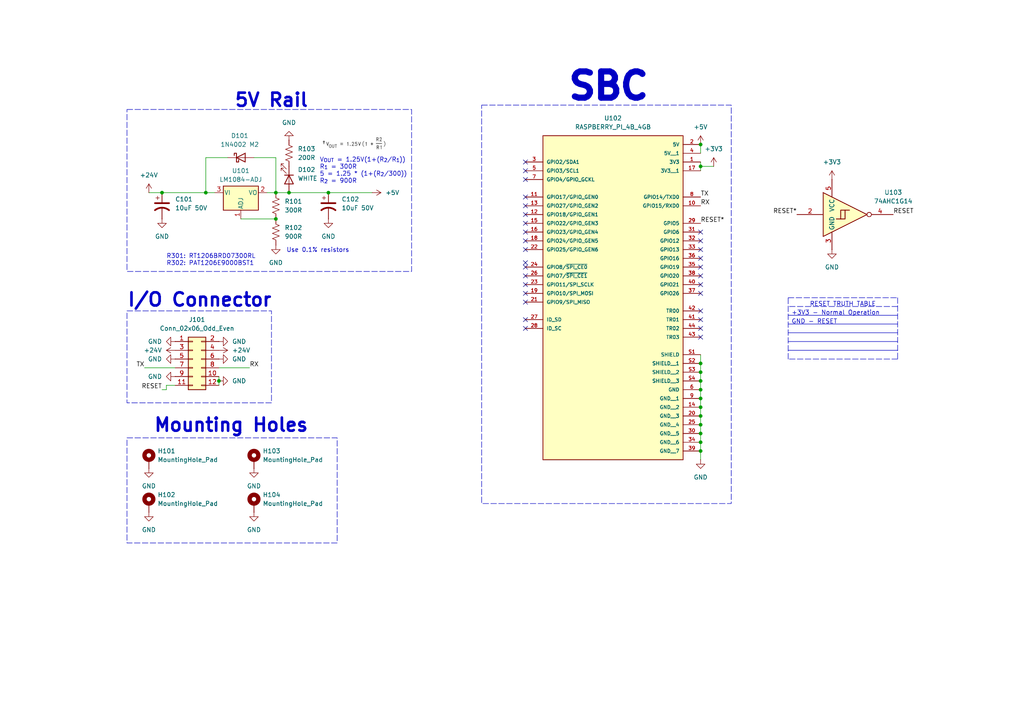
<source format=kicad_sch>
(kicad_sch (version 20250114) (generator "eeschema") (generator_version "9.0")
  (paper "A4")
  (title_block (title "HMI Carrier Board") (date "2025-03-01") (rev "X1") (company "McMillan Enterprises") (comment 1 "Firmware: John Gilcreast (johngilcreast@gmail.com)") (comment 2 "Hardware: Connor McMillan (connor@mcmillan.website)"))
  (polyline (pts (xy 249.6962 177.4532) (xy 248.9599 177.4532) (xy 249.3653 175.4075) (xy 250.3585 174.142) (xy 249.6962 177.4532)) (stroke (width -0.0001) (type solid)) (fill (type outline)))
  (polyline (pts (xy 258.2433 178.2623) (xy 258.2901 178.2666) (xy 258.3342 178.2738) (xy 258.3753 178.2837) (xy 258.3948 178.2897) (xy 258.4135 178.2963) (xy 258.4315 178.3036) (xy 258.4487 178.3116) (xy 258.4651 178.3202) (xy 258.4808 178.3295) (xy 258.4957 178.3395) (xy 258.5097 178.35) (xy 258.523 178.3612) (xy 258.5355 178.3731) (xy 258.5472 178.3855) (xy 258.558 178.3986) (xy 258.5681 178.4123) (xy 258.5773 178.4265) (xy 258.5856 178.4414) (xy 258.5931 178.4569) (xy 258.5998 178.4729) (xy 258.6056 178.4895) (xy 258.6105 178.5067) (xy 258.6145 178.5245) (xy 258.6177 178.5428) (xy 258.6199 178.5616) (xy 258.6213 178.5811) (xy 258.6218 178.601) (xy 258.6202 178.6434) (xy 258.6184 178.6639) (xy 258.6158 178.684) (xy 258.6124 178.7036) (xy 258.6084 178.7227) (xy 258.6036 178.7414) (xy 258.5981 178.7596) (xy 258.5919 178.7773) (xy 258.585 178.7946) (xy 258.5775 178.8114) (xy 258.5692 178.8277) (xy 258.5603 178.8435) (xy 258.5508 178.8588) (xy 258.5405 178.8736) (xy 258.5297 178.8879) (xy 258.5181 178.9016) (xy 258.506 178.9149) (xy 258.4932 178.9277) (xy 258.4798 178.9399) (xy 258.4658 178.9516) (xy 258.4512 178.9627) (xy 258.4359 178.9734) (xy 258.4201 178.9834) (xy 258.3868 179.002) (xy 258.3511 179.0183) (xy 258.3133 179.0323) (xy 258.2733 179.044) (xy 258.4857 179.4224) (xy 258.3098 179.4224) (xy 258.1074 179.0673) (xy 257.7655 179.0673) (xy 257.6958 179.4224) (xy 257.5283 179.4224) (xy 257.6275 178.9262) (xy 257.7938 178.9262) (xy 258.0808 178.9262) (xy 258.1241 178.925) (xy 258.1651 178.9212) (xy 258.2035 178.9151) (xy 258.2395 178.9064) (xy 258.2565 178.9012) (xy 258.2729 178.8953) (xy 258.2887 178.8889) (xy 258.3037 178.8818) (xy 258.3181 178.8742) (xy 258.3319 178.8659) (xy 258.3449 178.8571) (xy 258.3573 178.8476) (xy 258.369 178.8375) (xy 258.3799 178.8269) (xy 258.3902 178.8156) (xy 258.3997 178.8038) (xy 258.4085 178.7913) (xy 258.4166 178.7783) (xy 258.424 178.7647) (xy 258.4306 178.7505) (xy 258.4364 178.7357) (xy 258.4415 178.7204) (xy 258.4459 178.7044) (xy 258.4494 178.6879) (xy 258.4522 178.6707) (xy 258.4542 178.6531) (xy 258.4554 178.6348) (xy 258.4558 178.6159) (xy 258.4555 178.6031) (xy 258.4546 178.5906) (xy 258.4532 178.5785) (xy 258.4512 178.5669) (xy 258.4486 178.5556) (xy 258.4455 178.5447) (xy 258.4417 178.5343) (xy 258.4375 178.5242) (xy 258.4327 178.5146) (xy 258.4273 178.5053) (xy 258.4214 178.4965) (xy 258.4149 178.488) (xy 258.408 178.48) (xy 258.4005 178.4724) (xy 258.3924 178.4651) (xy 258.3838 178.4583) (xy 258.3748 178.4519) (xy 258.3652 178.4459) (xy 258.355 178.4403) (xy 258.3444 178.4351) (xy 258.3333 178.4304) (xy 258.3217 178.426) (xy 258.3095 178.4221) (xy 258.2969 178.4186) (xy 258.2838 178.4154) (xy 258.2702 178.4127) (xy 258.2561 178.4104) (xy 258.2416 178.4086) (xy 258.2266 178.4071) (xy 258.2111 178.4061) (xy 258.1951 178.4054) (xy 258.1787 178.4052) (xy 257.8983 178.4052) (xy 257.7938 178.9262) (xy 257.6275 178.9262) (xy 257.7606 178.2609) (xy 258.1936 178.2609) (xy 258.2433 178.2623)) (stroke (width -0.0001) (type solid)) (fill (type outline)))
  (polyline (pts (xy 256.6964 178.4052) (xy 256.041 178.4052) (xy 255.9697 178.7619) (xy 256.5537 178.7619) (xy 256.5255 178.903) (xy 255.9414 178.903) (xy 255.8668 179.278) (xy 256.5454 179.278) (xy 256.5172 179.4224) (xy 255.6726 179.4224) (xy 255.9049 178.2609) (xy 256.7246 178.2609) (xy 256.6964 178.4052)) (stroke (width -0.0001) (type solid)) (fill (type outline)))
  (polyline (pts (xy 267.4101 178.4052) (xy 266.7547 178.4052) (xy 266.6833 178.7619) (xy 267.2674 178.7619) (xy 267.2392 178.903) (xy 266.6551 178.903) (xy 266.5804 179.278) (xy 267.2591 179.278) (xy 267.2309 179.4224) (xy 266.3863 179.4224) (xy 266.6186 178.2609) (xy 267.4383 178.2609) (xy 267.4101 178.4052)) (stroke (width -0.0001) (type solid)) (fill (type outline)))
  (polyline (pts (xy 251.0317 178.4052) (xy 250.3763 178.4052) (xy 250.305 178.7619) (xy 250.889 178.7619) (xy 250.8608 178.903) (xy 250.2767 178.903) (xy 250.2021 179.278) (xy 250.8807 179.278) (xy 250.8525 179.4224) (xy 250.0079 179.4224) (xy 250.2402 178.2609) (xy 251.0599 178.2609) (xy 251.0317 178.4052)) (stroke (width -0.0001) (type solid)) (fill (type outline)))
  (rectangle (start 36.83 31.75) (end 119.38 78.74) (stroke (width 0) (type dash)))
  (polyline (pts (xy 260.1916 178.2623) (xy 260.2382 178.2666) (xy 260.282 178.2738) (xy 260.3229 178.2837) (xy 260.3423 178.2897) (xy 260.3609 178.2963) (xy 260.3788 178.3036) (xy 260.396 178.3116) (xy 260.4123 178.3202) (xy 260.428 178.3295) (xy 260.4428 178.3395) (xy 260.4568 178.35) (xy 260.4701 178.3612) (xy 260.4825 178.3731) (xy 260.4942 178.3855) (xy 260.505 178.3986) (xy 260.515 178.4123) (xy 260.5242 178.4265) (xy 260.5325 178.4414) (xy 260.54 178.4569) (xy 260.5466 178.4729) (xy 260.5524 178.4895) (xy 260.5573 178.5067) (xy 260.5614 178.5245) (xy 260.5645 178.5428) (xy 260.5668 178.5616) (xy 260.5681 178.5811) (xy 260.5686 178.601) (xy 260.568 178.6285) (xy 260.5662 178.6552) (xy 260.5632 178.6812) (xy 260.559 178.7065) (xy 260.5536 178.7309) (xy 260.5471 178.7546) (xy 260.5395 178.7776) (xy 260.5307 178.7997) (xy 260.5208 178.821) (xy 260.5099 178.8415) (xy 260.4979 178.8612) (xy 260.4848 178.8801) (xy 260.4707 178.8982) (xy 260.4555 178.9153) (xy 260.4393 178.9317) (xy 260.4222 178.9472) (xy 260.404 178.9618) (xy 260.3849 178.9755) (xy 260.3649 178.9884) (xy 260.3439 179.0003) (xy 260.322 179.0114) (xy 260.2991 179.0215) (xy 260.2754 179.0307) (xy 260.2508 179.039) (xy 260.2254 179.0463) (xy 260.1991 179.0527) (xy 260.1719 179.0581) (xy 260.144 179.0626) (xy 260.1153 179.0661) (xy 260.0857 179.0686) (xy 260.0554 179.0701) (xy 260.0244 179.0706) (xy 259.7141 179.0706) (xy 259.6444 179.4224) (xy 259.4785 179.4224) (xy 259.5777 178.9262) (xy 259.744 178.9262) (xy 260.0277 178.9262) (xy 260.071 178.925) (xy 260.1119 178.9212) (xy 260.1504 178.9151) (xy 260.1864 178.9064) (xy 260.2034 178.9012) (xy 260.2198 178.8953) (xy 260.2356 178.8889) (xy 260.2506 178.8818) (xy 260.265 178.8742) (xy 260.2788 178.8659) (xy 260.2918 178.8571) (xy 260.3042 178.8476) (xy 260.3159 178.8375) (xy 260.3268 178.8269) (xy 260.3371 178.8156) (xy 260.3466 178.8038) (xy 260.3554 178.7913) (xy 260.3635 178.7783) (xy 260.3709 178.7647) (xy 260.3775 178.7505) (xy 260.3833 178.7357) (xy 260.3884 178.7204) (xy 260.3928 178.7044) (xy 260.3963 178.6879) (xy 260.3991 178.6707) (xy 260.4011 178.6531) (xy 260.4023 178.6348) (xy 260.4027 178.6159) (xy 260.4024 178.6031) (xy 260.4016 178.5906) (xy 260.4001 178.5785) (xy 260.3981 178.5669) (xy 260.3955 178.5556) (xy 260.3924 178.5447) (xy 260.3887 178.5343) (xy 260.3844 178.5242) (xy 260.3796 178.5146) (xy 260.3743 178.5053) (xy 260.3684 178.4965) (xy 260.3619 178.488) (xy 260.355 178.48) (xy 260.3475 178.4724) (xy 260.3395 178.4651) (xy 260.3309 178.4583) (xy 260.3219 178.4519) (xy 260.3123 178.4459) (xy 260.3023 178.4403) (xy 260.2917 178.4351) (xy 260.2806 178.4304) (xy 260.2691 178.426) (xy 260.257 178.4221) (xy 260.2445 178.4186) (xy 260.2315 178.4154) (xy 260.218 178.4127) (xy 260.204 178.4104) (xy 260.1896 178.4086) (xy 260.1747 178.4071) (xy 260.1594 178.4061) (xy 260.1435 178.4054) (xy 260.1273 178.4052) (xy 259.8485 178.4052) (xy 259.744 178.9262) (xy 259.5777 178.9262) (xy 259.7108 178.2609) (xy 260.1422 178.2609) (xy 260.1916 178.2623)) (stroke (width -0.0001) (type solid)) (fill (type outline)))
  (polyline (pts (xy 265.2129 178.248) (xy 265.2393 178.2492) (xy 265.2655 178.2512) (xy 265.2914 178.254) (xy 265.317 178.2576) (xy 265.3421 178.2619) (xy 265.3668 178.267) (xy 265.3909 178.2729) (xy 265.4145 178.2795) (xy 265.4375 178.2868) (xy 265.4598 178.2948) (xy 265.4814 178.3036) (xy 265.5022 178.313) (xy 265.5222 178.3232) (xy 265.5413 178.334) (xy 265.5595 178.3455) (xy 265.4932 178.4815) (xy 265.4767 178.4704) (xy 265.4597 178.4599) (xy 265.4421 178.4502) (xy 265.4241 178.4411) (xy 265.4055 178.4328) (xy 265.3866 178.4252) (xy 265.3671 178.4183) (xy 265.3473 178.4121) (xy 265.3272 178.4066) (xy 265.3067 178.4018) (xy 265.2858 178.3978) (xy 265.2647 178.3945) (xy 265.2433 178.3919) (xy 265.2217 178.3901) (xy 265.1999 178.389) (xy 265.1779 178.3886) (xy 265.1429 178.3896) (xy 265.1097 178.3924) (xy 265.0782 178.3969) (xy 265.0486 178.4032) (xy 265.021 178.4112) (xy 264.9953 178.4208) (xy 264.9718 178.432) (xy 264.9504 178.4446) (xy 264.9312 178.4587) (xy 264.9225 178.4663) (xy 264.9143 178.4742) (xy 264.9068 178.4824) (xy 264.8999 178.4909) (xy 264.8935 178.4998) (xy 264.8879 178.509) (xy 264.8828 178.5185) (xy 264.8784 178.5283) (xy 264.8746 178.5383) (xy 264.8715 178.5487) (xy 264.8691 178.5593) (xy 264.8674 178.5702) (xy 264.8663 178.5813) (xy 264.8659 178.5927) (xy 264.8677 178.6145) (xy 264.8726 178.6344) (xy 264.8807 178.6525) (xy 264.8915 178.6689) (xy 264.905 178.6838) (xy 264.9209 178.6974) (xy 264.939 178.7098) (xy 264.959 178.7211) (xy 264.9808 178.7315) (xy 265.0041 178.7412) (xy 265.0544 178.7589) (xy 265.1638 178.7922) (xy 265.2194 178.8102) (xy 265.2732 178.8306) (xy 265.2989 178.8422) (xy 265.3235 178.8548) (xy 265.3468 178.8687) (xy 265.3686 178.8839) (xy 265.3886 178.9007) (xy 265.4067 178.9192) (xy 265.4226 178.9395) (xy 265.4361 178.9618) (xy 265.4469 178.9862) (xy 265.455 179.013) (xy 265.4599 179.0421) (xy 265.4616 179.0739) (xy 265.4611 179.0948) (xy 265.4593 179.1152) (xy 265.4564 179.135) (xy 265.4524 179.1543) (xy 265.4473 179.173) (xy 265.4411 179.1911) (xy 265.4338 179.2087) (xy 265.4255 179.2256) (xy 265.4162 179.242) (xy 265.4059 179.2578) (xy 265.3946 179.273) (xy 265.3824 179.2875) (xy 265.3692 179.3015) (xy 265.3551 179.3148) (xy 265.3402 179.3274) (xy 265.3243 179.3394) (xy 265.3077 179.3507) (xy 265.2902 179.3614) (xy 265.2719 179.3714) (xy 265.2528 179.3807) (xy 265.2329 179.3893) (xy 265.2123 179.3972) (xy 265.191 179.4044) (xy 265.169 179.4109) (xy 265.1463 179.4166) (xy 265.123 179.4216) (xy 265.099 179.4259) (xy 265.0745 179.4294) (xy 265.0493 179.4321) (xy 265.0236 179.4341) (xy 264.9973 179.4353) (xy 264.9705 179.4357) (xy 264.9373 179.435) (xy 264.9043 179.4329) (xy 264.8717 179.4295) (xy 264.8395 179.4248) (xy 264.808 179.419) (xy 264.7772 179.412) (xy 264.7473 179.404) (xy 264.7183 179.395) (xy 264.6904 179.385) (xy 264.6637 179.3742) (xy 264.6383 179.3626) (xy 264.6144 179.3502) (xy 264.5921 179.3372) (xy 264.5714 179.3235) (xy 264.5526 179.3093) (xy 264.5357 179.2946) (xy 264.6087 179.1618) (xy 264.6259 179.1767) (xy 264.6443 179.1909) (xy 264.6638 179.2043) (xy 264.6844 179.2169) (xy 264.706 179.2287) (xy 264.7285 179.2396) (xy 264.7519 179.2496) (xy 264.7759 179.2587) (xy 264.8007 179.2669) (xy 264.826 179.274) (xy 264.8518 179.2802) (xy 264.878 179.2853) (xy 264.9046 179.2893) (xy 264.9314 179.2922) (xy 264.9583 179.294) (xy 264.9854 179.2946) (xy 265.0198 179.2938) (xy 265.0527 179.2913) (xy 265.084 179.2872) (xy 265.1135 179.2815) (xy 265.1412 179.2742) (xy 265.167 179.2654) (xy 265.1908 179.255) (xy 265.2125 179.2432) (xy 265.232 179.2298) (xy 265.2409 179.2226) (xy 265.2492 179.215) (xy 265.2569 179.2071) (xy 265.264 179.1988) (xy 265.2705 179.1902) (xy 265.2764 179.1812) (xy 265.2816 179.1719) (xy 265.2861 179.1622) (xy 265.29 179.1522) (xy 265.2932 179.1418) (xy 265.2957 179.1311) (xy 265.2975 179.1201) (xy 265.2986 179.1088) (xy 265.299 179.0971) (xy 265.2973 179.0755) (xy 265.2923 179.0558) (xy 265.2843 179.0379) (xy 265.2734 179.0218) (xy 265.2599 179.0071) (xy 265.244 178.9938) (xy 265.226 178.9818) (xy 265.2059 178.9707) (xy 265.1842 178.9605) (xy 265.1608 178.9511) (xy 265.1105 178.9338) (xy 265.0012 178.9009) (xy 264.9456 178.8828) (xy 264.8918 178.862) (xy 264.8661 178.8501) (xy 264.8415 178.8371) (xy 264.8182 178.8227) (xy 264.7964 178.8068) (xy 264.7764 178.7893) (xy 264.7583 178.77) (xy 264.7424 178.7488) (xy 264.729 178.7254) (xy 264.7181 178.6998) (xy 264.7101 178.6717) (xy 264.7051 178.641) (xy 264.7034 178.6076) (xy 264.7039 178.587) (xy 264.7057 178.5669) (xy 264.7085 178.5474) (xy 264.7125 178.5283) (xy 264.7175 178.5098) (xy 264.7236 178.4918) (xy 264.7307 178.4744) (xy 264.7389 178.4576) (xy 264.7481 178.4413) (xy 264.7582 178.4256) (xy 264.7693 178.4105) (xy 264.7813 178.396) (xy 264.7943 178.3821) (xy 264.8081 178.3688) (xy 264.8228 178.3562) (xy 264.8384 178.3442) (xy 264.8548 178.3329) (xy 264.872 178.3222) (xy 264.89 178.3122) (xy 264.9087 178.3029) (xy 264.9282 178.2942) (xy 264.9485 178.2863) (xy 264.9694 178.2791) (xy 264.9911 178.2725) (xy 265.0133 178.2668) (xy 265.0363 178.2617) (xy 265.0598 178.2574) (xy 265.084 178.2539) (xy 265.1087 178.2511) (xy 265.134 178.2492) (xy 265.1599 178.248) (xy 265.1862 178.2476) (xy 265.2129 178.248)) (stroke (width -0.0001) (type solid)) (fill (type outline)))
  (polyline (pts (xy 253.0764 173.6534) (xy 253.1921 173.6611) (xy 253.3046 173.6738) (xy 253.4136 173.6914) (xy 253.5189 173.7141) (xy 253.6204 173.7416) (xy 253.7178 173.774) (xy 253.811 173.8112) (xy 253.8997 173.8532) (xy 253.9837 173.8999) (xy 254.063 173.9512) (xy 254.1372 174.0072) (xy 254.2061 174.0678) (xy 254.2697 174.1328) (xy 254.3276 174.2024) (xy 254.3797 174.2764) (xy 253.8771 174.6987) (xy 253.8377 174.6471) (xy 253.7954 174.5985) (xy 253.7504 174.553) (xy 253.7268 174.5315) (xy 253.7026 174.5107) (xy 253.6777 174.4907) (xy 253.652 174.4715) (xy 253.6257 174.4531) (xy 253.5987 174.4355) (xy 253.5709 174.4187) (xy 253.5425 174.4027) (xy 253.5133 174.3876) (xy 253.4835 174.3733) (xy 253.4217 174.3471) (xy 253.357 174.3243) (xy 253.2896 174.3049) (xy 253.2193 174.289) (xy 253.1461 174.2765) (xy 253.0701 174.2675) (xy 252.9912 174.2621) (xy 252.9094 174.2603) (xy 252.8208 174.2624) (xy 252.7342 174.2686) (xy 252.6499 174.2789) (xy 252.5678 174.293) (xy 252.488 174.311) (xy 252.4105 174.3327) (xy 252.3353 174.358) (xy 252.2626 174.3868) (xy 252.1923 174.419) (xy 252.1245 174.4545) (xy 252.0593 174.4931) (xy 251.9966 174.5349) (xy 251.9366 174.5797) (xy 251.8792 174.6273) (xy 251.8246 174.6777) (xy 251.7727 174.7308) (xy 251.7236 174.7864) (xy 251.6773 174.8445) (xy 251.634 174.905) (xy 251.5936 174.9678) (xy 251.5561 175.0326) (xy 251.5217 175.0996) (xy 251.4904 175.1685) (xy 251.4622 175.2392) (xy 251.4371 175.3116) (xy 251.4152 175.3857) (xy 251.3966 175.4614) (xy 251.3812 175.5384) (xy 251.3692 175.6168) (xy 251.3606 175.6964) (xy 251.3554 175.7771) (xy 251.3536 175.8588) (xy 251.3548 175.9164) (xy 251.3584 175.9726) (xy 251.3643 176.0276) (xy 251.3726 176.0812) (xy 251.3832 176.1335) (xy 251.3962 176.1844) (xy 251.4115 176.2338) (xy 251.4291 176.2817) (xy 251.449 176.3281) (xy 251.4712 176.373) (xy 251.4957 176.4163) (xy 251.5225 176.4579) (xy 251.5516 176.4978) (xy 251.5829 176.5361) (xy 251.6165 176.5726) (xy 251.6524 176.6074) (xy 251.6904 176.6403) (xy 251.7308 176.6713) (xy 251.7733 176.7005) (xy 251.818 176.7278) (xy 251.865 176.753) (xy 251.9142 176.7763) (xy 251.9655 176.7976) (xy 252.019 176.8167) (xy 252.0747 176.8338) (xy 252.1325 176.8486) (xy 252.1925 176.8614) (xy 252.2547 176.8718) (xy 252.319 176.88) (xy 252.3854 176.886) (xy 252.4539 176.8895) (xy 252.5245 176.8907) (xy 252.6021 176.8891) (xy 252.6783 176.8842) (xy 252.7533 176.876) (xy 252.8268 176.8644) (xy 252.899 176.8495) (xy 252.9697 176.8312) (xy 253.0389 176.8096) (xy 253.1066 176.7845) (xy 253.1727 176.7559) (xy 253.2372 176.7239) (xy 253.3001 176.6884) (xy 253.3613 176.6494) (xy 253.4207 176.6068) (xy 253.4784 176.5607) (xy 253.5343 176.511) (xy 253.5884 176.4576) (xy 253.9947 176.896) (xy 253.9245 176.9715) (xy 253.8503 177.0417) (xy 253.7722 177.1066) (xy 253.6905 177.1664) (xy 253.6051 177.2209) (xy 253.5164 177.2705) (xy 253.4243 177.3149) (xy 253.3291 177.3545) (xy 253.2309 177.3892) (xy 253.1298 177.419) (xy 253.026 177.4441) (xy 252.9196 177.4644) (xy 252.8108 177.4802) (xy 252.6996 177.4913) (xy 252.5863 177.498) (xy 252.471 177.5002) (xy 252.3656 177.4983) (xy 252.2629 177.4926) (xy 252.163 177.4833) (xy 252.066 177.4703) (xy 251.9717 177.4538) (xy 251.8804 177.4338) (xy 251.792 177.4103) (xy 251.7066 177.3835) (xy 251.6242 177.3534) (xy 251.5448 177.32) (xy 251.4686 177.2835) (xy 251.3954 177.2439) (xy 251.3255 177.2013) (xy 251.2588 177.1556) (xy 251.1953 177.1071) (xy 251.1351 177.0558) (xy 251.0783 177.0016) (xy 251.0248 176.9448) (xy 250.9748 176.8853) (xy 250.9282 176.8233) (xy 250.8851 176.7587) (xy 250.8455 176.6917) (xy 250.8095 176.6223) (xy 250.7772 176.5506) (xy 250.7485 176.4767) (xy 250.7235 176.4005) (xy 250.7022 176.3223) (xy 250.6847 176.242) (xy 250.671 176.1597) (xy 250.6612 176.0755) (xy 250.6553 175.9895) (xy 250.6533 175.9016) (xy 250.656 175.7837) (xy 250.6639 175.6675) (xy 250.677 175.5533) (xy 250.6953 175.4411) (xy 250.7186 175.3311) (xy 250.7468 175.2234) (xy 250.7799 175.1181) (xy 250.8179 175.0154) (xy 250.8605 174.9154) (xy 250.9078 174.8181) (xy 250.9596 174.7239) (xy 251.0159 174.6326) (xy 251.0766 174.5446) (xy 251.1415 174.46) (xy 251.2108 174.3787) (xy 251.2842 174.3011) (xy 251.3616 174.2272) (xy 251.4431 174.1571) (xy 251.5284 174.0909) (xy 251.6176 174.0289) (xy 251.7106 173.9711) (xy 251.8072 173.9177) (xy 251.9074 173.8687) (xy 252.0111 173.8243) (xy 252.1182 173.7847) (xy 252.2287 173.75) (xy 252.3425 173.7202) (xy 252.4594 173.6956) (xy 252.5795 173.6762) (xy 252.7026 173.6622) (xy 252.8286 173.6537) (xy 252.9576 173.6508) (xy 253.0764 173.6534)) (stroke (width -0.0001) (type solid)) (fill (type outline)))
  (polyline (pts (xy 274.5661 176.324) (xy 275.0847 173.7043) (xy 275.7744 173.7043) (xy 275.0259 177.4467) (xy 274.4538 177.4467) (xy 272.9194 174.827) (xy 272.3955 177.4467) (xy 271.7058 177.4467) (xy 272.4544 173.7043) (xy 273.0263 173.7043) (xy 274.5661 176.324)) (stroke (width -0.0001) (type solid)) (fill (type outline)))
  (polyline (pts (xy 247.6904 176.052) (xy 249.8639 173.2623) (xy 249.8687 173.2623) (xy 247.6904 176.052)) (stroke (width -0.0001) (type solid)) (fill (type outline)))
  (polyline (pts (xy 262.0189 173.7043) (xy 262.7139 173.7043) (xy 262.083 176.8586) (xy 264.0398 176.8586) (xy 263.9221 177.4467) (xy 261.2704 177.4467) (xy 262.0189 173.7043) (xy 262.0189 173.7043)) (stroke (width -0.0001) (type solid)) (fill (type outline)))
  (polyline (pts (xy 252.5412 169.5242) (xy 254.0852 168.4035) (xy 252.9644 169.9474) (xy 254.8486 170.2467) (xy 252.9644 170.5459) (xy 254.0852 172.0899) (xy 252.5412 170.9692) (xy 252.242 172.8534) (xy 251.9427 170.9692) (xy 250.3988 172.0899) (xy 251.5195 170.5459) (xy 249.6353 170.2467) (xy 251.5195 169.9474) (xy 250.3988 168.4035) (xy 251.9427 169.5242) (xy 252.242 167.64) (xy 252.5412 169.5242)) (stroke (width -0.0001) (type solid)) (fill (type outline)))
  (polyline (pts (xy 247.6904 176.052) (xy 249.8639 173.2623) (xy 249.8687 173.2623) (xy 247.6904 176.052)) (stroke (width -0.0001) (type solid)) (fill (type outline)))
  (rectangle (start 36.83 90.17) (end 78.74 116.84) (stroke (width 0) (type dash)))
  (polyline (pts (xy 254.9504 178.4052) (xy 254.5539 178.4052) (xy 254.3497 179.4224) (xy 254.1855 179.4224) (xy 254.3879 178.4052) (xy 253.9914 178.4052) (xy 254.0196 178.2609) (xy 254.9803 178.2609) (xy 254.9504 178.4052)) (stroke (width -0.0001) (type solid)) (fill (type outline)))
  (polyline (pts (xy 271.2249 177.4467) (xy 270.5352 177.4467) (xy 270.3374 176.5806) (xy 268.4555 176.5806) (xy 267.9156 177.4467) (xy 267.1724 177.4467) (xy 268.0899 176.0353) (xy 268.7977 176.0353) (xy 270.2091 176.0353) (xy 269.8295 174.3886) (xy 268.7977 176.0353) (xy 268.0899 176.0353) (xy 269.605 173.7043) (xy 270.2947 173.7043) (xy 271.2249 177.4467)) (stroke (width -0.0001) (type solid)) (fill (type outline)))
  (polyline (pts (xy 256.7638 176.1957) (xy 258.7046 173.7043) (xy 259.3034 173.7043) (xy 258.5549 177.4467) (xy 257.8973 177.4467) (xy 258.3838 174.9928) (xy 256.7852 177.019) (xy 256.4752 177.019) (xy 255.6198 174.9446) (xy 255.1225 177.4467) (xy 254.4596 177.4467) (xy 255.2081 173.7043) (xy 255.7748 173.7043) (xy 256.7638 176.1957)) (stroke (width -0.0001) (type solid)) (fill (type outline)))
  (polyline (pts (xy 265.2212 173.7043) (xy 265.9162 173.7043) (xy 265.2854 176.8586) (xy 267.2421 176.8586) (xy 267.1245 177.4467) (xy 264.4727 177.4467) (xy 265.2212 173.7043) (xy 265.2212 173.7043)) (stroke (width -0.0001) (type solid)) (fill (type outline)))
  (rectangle (start 36.83 127) (end 97.79 157.48) (stroke (width 0) (type dash)))
  (polyline (pts (xy 252.7513 179.1552) (xy 252.9288 178.2609) (xy 253.0948 178.2609) (xy 252.8625 179.4224) (xy 252.7264 179.4224) (xy 252.207 178.528) (xy 252.0295 179.4224) (xy 251.8636 179.4224) (xy 252.0959 178.2609) (xy 252.2319 178.2609) (xy 252.7513 179.1552)) (stroke (width -0.0001) (type solid)) (fill (type outline)))
  (polyline (pts (xy 262.1188 178.2623) (xy 262.1657 178.2666) (xy 262.2097 178.2738) (xy 262.2509 178.2837) (xy 262.2703 178.2897) (xy 262.289 178.2963) (xy 262.307 178.3036) (xy 262.3242 178.3116) (xy 262.3406 178.3202) (xy 262.3563 178.3295) (xy 262.3712 178.3395) (xy 262.3853 178.35) (xy 262.3986 178.3612) (xy 262.4111 178.3731) (xy 262.4227 178.3855) (xy 262.4336 178.3986) (xy 262.4436 178.4123) (xy 262.4528 178.4265) (xy 262.4612 178.4414) (xy 262.4687 178.4569) (xy 262.4753 178.4729) (xy 262.4811 178.4895) (xy 262.486 178.5067) (xy 262.4901 178.5245) (xy 262.4932 178.5428) (xy 262.4955 178.5616) (xy 262.4968 178.5811) (xy 262.4973 178.601) (xy 262.4958 178.6434) (xy 262.4939 178.6639) (xy 262.4913 178.684) (xy 262.488 178.7036) (xy 262.4839 178.7227) (xy 262.4791 178.7414) (xy 262.4736 178.7596) (xy 262.4675 178.7773) (xy 262.4606 178.7946) (xy 262.453 178.8114) (xy 262.4448 178.8277) (xy 262.4359 178.8435) (xy 262.4263 178.8588) (xy 262.4161 178.8736) (xy 262.4052 178.8879) (xy 262.3937 178.9016) (xy 262.3815 178.9149) (xy 262.3687 178.9277) (xy 262.3553 178.9399) (xy 262.3413 178.9516) (xy 262.3267 178.9627) (xy 262.3115 178.9734) (xy 262.2957 178.9834) (xy 262.2623 179.002) (xy 262.2267 179.0183) (xy 262.1888 179.0323) (xy 262.1488 179.044) (xy 262.3612 179.4224) (xy 262.1854 179.4224) (xy 261.9829 179.0673) (xy 261.6411 179.0673) (xy 261.5714 179.4224) (xy 261.4038 179.4224) (xy 261.503 178.9262) (xy 261.6693 178.9262) (xy 261.9564 178.9262) (xy 261.9997 178.925) (xy 262.0406 178.9212) (xy 262.0791 178.9151) (xy 262.1151 178.9064) (xy 262.1321 178.9012) (xy 262.1485 178.8953) (xy 262.1642 178.8889) (xy 262.1793 178.8818) (xy 262.1937 178.8742) (xy 262.2074 178.8659) (xy 262.2205 178.8571) (xy 262.2328 178.8476) (xy 262.2445 178.8375) (xy 262.2555 178.8269) (xy 262.2657 178.8156) (xy 262.2753 178.8038) (xy 262.2841 178.7913) (xy 262.2922 178.7783) (xy 262.2995 178.7647) (xy 262.3061 178.7505) (xy 262.312 178.7357) (xy 262.3171 178.7204) (xy 262.3214 178.7044) (xy 262.325 178.6879) (xy 262.3277 178.6707) (xy 262.3297 178.6531) (xy 262.3309 178.6348) (xy 262.3313 178.6159) (xy 262.3311 178.6031) (xy 262.3302 178.5906) (xy 262.3287 178.5785) (xy 262.3267 178.5669) (xy 262.3241 178.5556) (xy 262.321 178.5447) (xy 262.3173 178.5343) (xy 262.313 178.5242) (xy 262.3082 178.5146) (xy 262.3028 178.5053) (xy 262.2969 178.4965) (xy 262.2905 178.488) (xy 262.2835 178.48) (xy 262.276 178.4724) (xy 262.2679 178.4651) (xy 262.2594 178.4583) (xy 262.2503 178.4519) (xy 262.2407 178.4459) (xy 262.2306 178.4403) (xy 262.2199 178.4351) (xy 262.2088 178.4304) (xy 262.1972 178.426) (xy 262.1851 178.4221) (xy 262.1724 178.4186) (xy 262.1593 178.4154) (xy 262.1457 178.4127) (xy 262.1317 178.4104) (xy 262.1171 178.4086) (xy 262.1021 178.4071) (xy 262.0866 178.4061) (xy 262.0707 178.4054) (xy 262.0542 178.4052) (xy 261.7738 178.4052) (xy 261.6693 178.9262) (xy 261.503 178.9262) (xy 261.6361 178.2609) (xy 262.0692 178.2609) (xy 262.1188 178.2623)) (stroke (width -0.0001) (type solid)) (fill (type outline)))
  (polyline (pts (xy 251.7608 171.8179) (xy 247.7143 176.9741) (xy 247.3672 176.9741) (xy 246.4094 174.6513) (xy 245.8526 177.4532) (xy 245.11 177.4532) (xy 245.9484 173.2623) (xy 246.583 173.2623) (xy 247.5485 175.6949) (xy 247.6904 176.052) (xy 249.8687 173.2623) (xy 250.5916 172.3364) (xy 251.7138 171.5219) (xy 251.7608 171.8179)) (stroke (width -0.0001) (type solid)) (fill (type outline)))
  (polyline (pts (xy 263.52 179.4224) (xy 263.354 179.4224) (xy 263.5863 178.2609) (xy 263.7523 178.2609) (xy 263.52 179.4224)) (stroke (width -0.0001) (type solid)) (fill (type outline)))
  (rectangle (start 139.7 30.48) (end 212.09 146.05) (stroke (width 0) (type dash)))
  (polyline (pts (xy 260.3136 173.7043) (xy 261.0085 173.7043) (xy 260.2601 177.4467) (xy 259.565 177.4467) (xy 260.3136 173.7043) (xy 260.3136 173.7043)) (stroke (width -0.0001) (type solid)) (fill (type outline)))
  (polyline (pts (xy 268.8428 178.248) (xy 268.8692 178.2492) (xy 268.8954 178.2512) (xy 268.9213 178.254) (xy 268.9469 178.2576) (xy 268.972 178.2619) (xy 268.9966 178.267) (xy 269.0208 178.2729) (xy 269.0444 178.2795) (xy 269.0673 178.2868) (xy 269.0896 178.2948) (xy 269.1112 178.3036) (xy 269.1321 178.313) (xy 269.1521 178.3232) (xy 269.1712 178.334) (xy 269.1894 178.3455) (xy 269.1231 178.4815) (xy 269.1066 178.4704) (xy 269.0896 178.4599) (xy 269.072 178.4502) (xy 269.0539 178.4411) (xy 269.0354 178.4328) (xy 269.0164 178.4252) (xy 268.997 178.4183) (xy 268.9772 178.4121) (xy 268.9571 178.4066) (xy 268.9365 178.4018) (xy 268.9157 178.3978) (xy 268.8946 178.3945) (xy 268.8732 178.3919) (xy 268.8516 178.3901) (xy 268.8298 178.389) (xy 268.8078 178.3886) (xy 268.7728 178.3896) (xy 268.7396 178.3924) (xy 268.7081 178.3969) (xy 268.6785 178.4032) (xy 268.6509 178.4112) (xy 268.6252 178.4208) (xy 268.6016 178.432) (xy 268.5802 178.4446) (xy 268.5611 178.4587) (xy 268.5523 178.4663) (xy 268.5442 178.4742) (xy 268.5367 178.4824) (xy 268.5297 178.4909) (xy 268.5234 178.4998) (xy 268.5177 178.509) (xy 268.5127 178.5185) (xy 268.5083 178.5283) (xy 268.5045 178.5383) (xy 268.5014 178.5487) (xy 268.499 178.5593) (xy 268.4972 178.5702) (xy 268.4962 178.5813) (xy 268.4958 178.5927) (xy 268.4975 178.6145) (xy 268.5025 178.6344) (xy 268.5106 178.6525) (xy 268.5214 178.6689) (xy 268.5349 178.6838) (xy 268.5508 178.6974) (xy 268.5689 178.7098) (xy 268.5889 178.7211) (xy 268.6107 178.7315) (xy 268.634 178.7412) (xy 268.6843 178.7589) (xy 268.7937 178.7922) (xy 268.8492 178.8102) (xy 268.903 178.8306) (xy 268.9288 178.8422) (xy 268.9534 178.8548) (xy 268.9767 178.8687) (xy 268.9985 178.8839) (xy 269.0185 178.9007) (xy 269.0366 178.9192) (xy 269.0524 178.9395) (xy 269.0659 178.9618) (xy 269.0768 178.9862) (xy 269.0848 179.013) (xy 269.0898 179.0421) (xy 269.0915 179.0739) (xy 269.0909 179.0948) (xy 269.0892 179.1152) (xy 269.0863 179.135) (xy 269.0823 179.1543) (xy 269.0771 179.173) (xy 269.0709 179.1911) (xy 269.0637 179.2087) (xy 269.0554 179.2256) (xy 269.0461 179.242) (xy 269.0358 179.2578) (xy 269.0245 179.273) (xy 269.0122 179.2875) (xy 268.9991 179.3015) (xy 268.985 179.3148) (xy 268.97 179.3274) (xy 268.9542 179.3394) (xy 268.9375 179.3507) (xy 268.92 179.3614) (xy 268.9017 179.3714) (xy 268.8826 179.3807) (xy 268.8628 179.3893) (xy 268.8422 179.3972) (xy 268.8209 179.4044) (xy 268.7989 179.4109) (xy 268.7762 179.4166) (xy 268.7529 179.4216) (xy 268.7289 179.4259) (xy 268.7044 179.4294) (xy 268.6792 179.4321) (xy 268.6534 179.4341) (xy 268.6272 179.4353) (xy 268.6003 179.4357) (xy 268.5671 179.435) (xy 268.5342 179.4329) (xy 268.5016 179.4295) (xy 268.4694 179.4248) (xy 268.4379 179.419) (xy 268.4071 179.412) (xy 268.3771 179.404) (xy 268.3481 179.395) (xy 268.3202 179.385) (xy 268.2935 179.3742) (xy 268.2682 179.3626) (xy 268.2443 179.3502) (xy 268.2219 179.3372) (xy 268.2013 179.3235) (xy 268.1825 179.3093) (xy 268.1656 179.2946) (xy 268.2386 179.1618) (xy 268.2558 179.1767) (xy 268.2741 179.1909) (xy 268.2937 179.2043) (xy 268.3143 179.2169) (xy 268.3359 179.2287) (xy 268.3584 179.2396) (xy 268.3817 179.2496) (xy 268.4058 179.2587) (xy 268.4306 179.2669) (xy 268.4559 179.274) (xy 268.4817 179.2802) (xy 268.5079 179.2853) (xy 268.5345 179.2893) (xy 268.5613 179.2922) (xy 268.5882 179.294) (xy 268.6153 179.2946) (xy 268.6497 179.2938) (xy 268.6826 179.2913) (xy 268.7138 179.2872) (xy 268.7434 179.2815) (xy 268.7711 179.2742) (xy 268.7969 179.2654) (xy 268.8207 179.255) (xy 268.8424 179.2432) (xy 268.8619 179.2298) (xy 268.8708 179.2226) (xy 268.8791 179.215) (xy 268.8868 179.2071) (xy 268.8939 179.1988) (xy 268.9004 179.1902) (xy 268.9062 179.1812) (xy 268.9115 179.1719) (xy 268.916 179.1622) (xy 268.9199 179.1522) (xy 268.9231 179.1418) (xy 268.9256 179.1311) (xy 268.9274 179.1201) (xy 268.9285 179.1088) (xy 268.9289 179.0971) (xy 268.9272 179.0755) (xy 268.9222 179.0558) (xy 268.9142 179.0379) (xy 268.9033 179.0218) (xy 268.8898 179.0071) (xy 268.8739 178.9938) (xy 268.8558 178.9818) (xy 268.8358 178.9707) (xy 268.814 178.9605) (xy 268.7907 178.9511) (xy 268.7404 178.9338) (xy 268.6311 178.9009) (xy 268.5755 178.8828) (xy 268.5217 178.862) (xy 268.496 178.8501) (xy 268.4714 178.8371) (xy 268.4481 178.8227) (xy 268.4263 178.8068) (xy 268.4063 178.7893) (xy 268.3882 178.77) (xy 268.3723 178.7488) (xy 268.3588 178.7254) (xy 268.348 178.6998) (xy 268.3399 178.6717) (xy 268.335 178.641) (xy 268.3332 178.6076) (xy 268.3338 178.587) (xy 268.3355 178.5669) (xy 268.3384 178.5474) (xy 268.3424 178.5283) (xy 268.3474 178.5098) (xy 268.3535 178.4918) (xy 268.3606 178.4744) (xy 268.3688 178.4576) (xy 268.3779 178.4413) (xy 268.3881 178.4256) (xy 268.3992 178.4105) (xy 268.4112 178.396) (xy 268.4241 178.3821) (xy 268.438 178.3688) (xy 268.4527 178.3562) (xy 268.4683 178.3442) (xy 268.4846 178.3329) (xy 268.5019 178.3222) (xy 268.5198 178.3122) (xy 268.5386 178.3029) (xy 268.5581 178.2942) (xy 268.5784 178.2863) (xy 268.5993 178.2791) (xy 268.6209 178.2725) (xy 268.6432 178.2668) (xy 268.6662 178.2617) (xy 268.6897 178.2574) (xy 268.7139 178.2539) (xy 268.7386 178.2511) (xy 268.7639 178.2492) (xy 268.7897 178.248) (xy 268.8161 178.2476) (xy 268.8428 178.248)) (stroke (width -0.0001) (type solid)) (fill (type outline)))
  (text "R301: RT1206BRD07300RL\nR302: PAT1206E9000BST1" (at 48.26 75.438 0) (effects (font (size 1.27 1.27)) (justify left)))
  (text "Mounting Holes" (at 67.056 123.444 0) (effects (font (size 3.81 3.81) (thickness 0.762) (bold yes))))
  (text "V_{OUT} = 1.25V(1+(R_{2}/R_{1}))\nR_{1} = 300R\n5 = 1.25 * (1+(R_{2}/300))\nR_{2} = 900R" (at 92.71 49.53 0) (effects (font (size 1.27 1.27)) (justify left)))
  (text "I/O Connector" (at 57.912 87.122 0) (effects (font (size 3.81 3.81) (thickness 0.762) (bold yes))))
  (text "SBC" (at 176.53 25.146 0) (effects (font (size 7.62 7.62) (thickness 1.778) (bold yes))))
  (text "Use 0.1% resistors" (at 92.202 72.644 0) (effects (font (size 1.27 1.27) (thickness 0.1588))))
  (text "5V Rail" (at 78.74 29.21 0) (effects (font (size 3.81 3.81) (thickness 0.762) (bold yes))))
  (junction (at 83.82 55.88))
  (junction (at 203.2 120.65))
  (junction (at 203.2 105.41))
  (junction (at 203.2 123.19))
  (junction (at 59.69 55.88))
  (junction (at 203.2 107.95))
  (junction (at 80.01 63.5))
  (junction (at 203.2 48.26))
  (junction (at 203.2 128.27))
  (junction (at 203.2 41.91))
  (junction (at 63.5 110.49))
  (junction (at 203.2 125.73))
  (junction (at 203.2 110.49))
  (junction (at 95.25 55.88))
  (junction (at 80.01 55.88))
  (junction (at 203.2 115.57))
  (junction (at 46.99 55.88))
  (junction (at 203.2 118.11))
  (junction (at 203.2 130.81))
  (junction (at 203.2 113.03))
  (no_connect (at 203.2 80.01))
  (no_connect (at 152.4 46.99))
  (no_connect (at 152.4 82.55))
  (no_connect (at 152.4 80.01))
  (no_connect (at 152.4 87.63))
  (no_connect (at 203.2 92.71))
  (no_connect (at 152.4 57.15))
  (no_connect (at 152.4 77.47))
  (no_connect (at 152.4 72.39))
  (no_connect (at 203.2 69.85))
  (no_connect (at 203.2 95.25))
  (no_connect (at 203.2 72.39))
  (no_connect (at 203.2 82.55))
  (no_connect (at 152.4 92.71))
  (no_connect (at 152.4 62.23))
  (no_connect (at 152.4 64.77))
  (no_connect (at 203.2 97.79))
  (no_connect (at 203.2 77.47))
  (no_connect (at 203.2 74.93))
  (no_connect (at 203.2 67.31))
  (no_connect (at 152.4 49.53))
  (no_connect (at 203.2 90.17))
  (no_connect (at 152.4 67.31))
  (no_connect (at 152.4 52.07))
  (no_connect (at 152.4 95.25))
  (no_connect (at 152.4 76.2))
  (no_connect (at 203.2 85.09))
  (no_connect (at 152.4 69.85))
  (no_connect (at 152.4 59.69))
  (no_connect (at 152.4 85.09))
  (wire (pts (xy 203.2 118.11) (xy 203.2 120.65)))
  (wire (pts (xy 50.8 111.76) (xy 48.26 111.76)))
  (wire (pts (xy 77.47 55.88) (xy 80.01 55.88)))
  (wire (pts (xy 203.2 120.65) (xy 203.2 123.19)))
  (wire (pts (xy 63.5 110.49) (xy 63.5 111.76)))
  (wire (pts (xy 203.2 128.27) (xy 203.2 130.81)))
  (wire (pts (xy 46.99 113.03) (xy 48.26 113.03)))
  (wire (pts (xy 41.91 106.68) (xy 50.8 106.68)))
  (wire (pts (xy 95.25 55.88) (xy 107.95 55.88)))
  (wire (pts (xy 203.2 113.03) (xy 203.2 115.57)))
  (wire (pts (xy 43.18 55.88) (xy 46.99 55.88)))
  (wire (pts (xy 203.2 48.26) (xy 203.2 49.53)))
  (wire (pts (xy 80.01 45.72) (xy 80.01 55.88)))
  (wire (pts (xy 48.26 111.76) (xy 48.26 113.03)))
  (wire (pts (xy 203.2 46.99) (xy 203.2 48.26)))
  (wire (pts (xy 69.85 63.5) (xy 80.01 63.5)))
  (wire (pts (xy 203.2 41.91) (xy 203.2 44.45)))
  (wire (pts (xy 203.2 107.95) (xy 203.2 110.49)))
  (wire (pts (xy 59.69 55.88) (xy 62.23 55.88)))
  (wire (pts (xy 203.2 130.81) (xy 203.2 133.35)))
  (wire (pts (xy 203.2 115.57) (xy 203.2 118.11)))
  (wire (pts (xy 203.2 105.41) (xy 203.2 107.95)))
  (wire (pts (xy 83.82 55.88) (xy 95.25 55.88)))
  (wire (pts (xy 63.5 106.68) (xy 72.39 106.68)))
  (wire (pts (xy 46.99 55.88) (xy 59.69 55.88)))
  (wire (pts (xy 203.2 110.49) (xy 203.2 113.03)))
  (wire (pts (xy 203.2 125.73) (xy 203.2 128.27)))
  (wire (pts (xy 73.66 45.72) (xy 80.01 45.72)))
  (wire (pts (xy 63.5 109.22) (xy 63.5 110.49)))
  (wire (pts (xy 59.69 45.72) (xy 59.69 55.88)))
  (wire (pts (xy 203.2 48.26) (xy 207.01 48.26)))
  (wire (pts (xy 80.01 55.88) (xy 83.82 55.88)))
  (wire (pts (xy 66.04 45.72) (xy 59.69 45.72)))
  (wire (pts (xy 203.2 102.87) (xy 203.2 105.41)))
  (wire (pts (xy 203.2 123.19) (xy 203.2 125.73)))
  (image (at 102.616 41.656) (scale 0.379847))
  (table (column_count 1) (border (external yes) (header yes) (stroke (width 0) (type dash))) (separators (rows yes) (cols yes)) (column_widths 31.75) (row_heights 2.54 2.54 2.54 2.54 2.54 2.54 2.54) (cells (table_cell "RESET TRUTH TABLE" (at 228.6 86.36 0) (size 31.75 2.54) (margins 0.9525 0.9525 0.9525 0.9525) (span 1 1)) (table_cell "+3V3 - Normal Operation" (at 228.6 88.9 0) (size 31.75 2.54) (margins 0.9525 0.9525 0.9525 0.9525) (span 1 1)) (table_cell "GND - RESET" (at 228.6 91.44 0) (size 31.75 2.54) (margins 0.9525 0.9525 0.9525 0.9525) (span 1 1)) (table_cell "" (at 228.6 93.98 0) (size 31.75 2.54) (margins 0.9525 0.9525 0.9525 0.9525) (span 1 1)) (table_cell "" (at 228.6 96.52 0) (size 31.75 2.54) (margins 0.9525 0.9525 0.9525 0.9525) (span 1 1)) (table_cell "" (at 228.6 99.06 0) (size 31.75 2.54) (margins 0.9525 0.9525 0.9525 0.9525) (span 1 1)) (table_cell "" (at 228.6 101.6 0) (size 31.75 2.54) (margins 0.9525 0.9525 0.9525 0.9525) (span 1 1))))
  (label "RESET" (at 46.99 113.03 180))
  (label "TX" (at 41.91 106.68 180))
  (label "RESET" (at 259.08 62.23 0))
  (label "RESET*" (at 231.14 62.23 180))
  (label "RESET*" (at 203.2 64.77 0))
  (label "RX" (at 72.39 106.68 0))
  (label "TX" (at 203.2 57.15 0))
  (label "RX" (at 203.2 59.69 0))
  (symbol (lib_id "power:GND") (at 83.82 40.64 180) (unit 1)
    (property "Reference" "#PWR0108" (effects (hide yes)))
    (property "Value" "GND" (at 83.82 35.56 0))
    (property "Description" "Power symbol creates a global label with name \"GND\" , ground" (effects (hide yes)))
  )
  (symbol (lib_id "power:GND") (at 46.99 63.5 0) (unit 1)
    (property "Reference" "#PWR0104" (effects (hide yes)))
    (property "Value" "GND" (at 46.99 68.58 0))
    (property "Description" "Power symbol creates a global label with name \"GND\" , ground" (effects (hide yes)))
  )
  (symbol (lib_id "Regulator_Linear:LM1084-ADJ") (at 69.85 55.88 0) (unit 1)
    (property "Reference" "U101" (at 69.85 49.53 0))
    (property "Value" "LM1084-ADJ" (at 69.85 52.07 0))
    (property "Footprint" "Package_TO_SOT_SMD:TO-263-3_TabPin2" (effects (hide yes)))
    (property "Datasheet" "http://www.ti.com/lit/ds/symlink/lm1084.pdf" (effects (hide yes)))
    (property "Description" "5A 29V Adjustable Linear Regulator, TO-220 / TO-263 (D2-PAK)" (effects (hide yes)))
  )
  (symbol (lib_id "Connector_Generic:Conn_02x06_Odd_Even") (at 55.88 104.14 0) (unit 1)
    (property "Reference" "J101" (at 57.15 92.71 0))
    (property "Value" "Conn_02x06_Odd_Even" (at 57.15 95.25 0))
    (property "Footprint" "Connector_IDC:IDC-Header_2x06_P2.54mm_Vertical" (effects (hide yes)))
    (property "Description" "Generic connector, double row, 02x06, odd/even pin numbering scheme (row 1 odd numbers, row 2 even numbers), script generated (kicad-library-utils/schlib/autogen/connector/)" (effects (hide yes)))
  )
  (symbol (lib_id "Device:C_Polarized_US") (at 46.99 59.69 0) (unit 1)
    (property "Reference" "C101" (at 50.8 57.7849 0) (effects (justify left)))
    (property "Value" "10uF 50V" (at 50.8 60.3249 0) (effects (justify left)))
    (property "Footprint" "Capacitor_Tantalum_SMD:CP_EIA-7343-31_Kemet-D" (effects (hide yes)))
    (property "Description" "Polarized capacitor, US symbol" (effects (hide yes)))
  )
  (symbol (lib_id "power:GND") (at 63.5 99.06 90) (unit 1)
    (property "Reference" "#PWR0112" (effects (hide yes)))
    (property "Value" "GND" (at 67.31 99.0599 90) (effects (justify right)))
    (property "Description" "Power symbol creates a global label with name \"GND\" , ground" (effects (hide yes)))
  )
  (symbol (lib_id "power:+24V") (at 63.5 101.6 270) (unit 1)
    (property "Reference" "#PWR0114" (effects (hide yes)))
    (property "Value" "+24V" (at 67.31 101.5999 90) (effects (justify left)))
    (property "Description" "Power symbol creates a global label with name \"+24V\"" (effects (hide yes)))
  )
  (symbol (lib_id "power:GND") (at 241.3 72.39 0) (unit 1)
    (property "Reference" "#PWR0123" (effects (hide yes)))
    (property "Value" "GND" (at 241.3 77.47 0))
    (property "Description" "Power symbol creates a global label with name \"GND\" , ground" (effects (hide yes)))
  )
  (symbol (lib_id "power:GND") (at 43.18 148.59 0) (unit 1)
    (property "Reference" "#PWR0102" (effects (hide yes)))
    (property "Value" "GND" (at 43.18 153.67 0))
    (property "Description" "Power symbol creates a global label with name \"GND\" , ground" (effects (hide yes)))
  )
  (symbol (lib_id "Device:LED") (at 83.82 52.07 270) (unit 1)
    (property "Reference" "D102" (at 86.36 49.2124 90) (effects (justify left)))
    (property "Value" "WHITE" (at 86.36 51.7524 90) (effects (justify left)))
    (property "Footprint" "LED_SMD:LED_1210_3225Metric" (effects (hide yes)))
    (property "Description" "Light emitting diode" (effects (hide yes)))
  )
  (symbol (lib_id "RASPBERRY_PI_4B_4GB:RASPBERRY_PI_4B_4GB") (at 177.8 72.39 0) (unit 1)
    (property "Reference" "U102" (at 177.8 34.29 0))
    (property "Value" "RASPBERRY_PI_4B_4GB" (at 177.8 36.83 0))
    (property "Footprint" "RASPBERRY_PI_4B_4GB:MODULE_RASPBERRY_PI_4B_4GB" (effects (hide yes)))
    (property "MF" "Raspberry Pi" (effects (hide yes)))
    (property "MAXIMUM_PACKAGE_HEIGHT" "16 mm" (effects (hide yes)))
    (property "Package" "None" (effects (hide yes)))
    (property "Price" "None" (effects (hide yes)))
    (property "Check_prices" "https://www.snapeda.com/parts/RASPBERRY%20PI%204B/4GB/Raspberry+Pi/view-part/?ref=eda" (effects (hide yes)))
    (property "STANDARD" "Manufacturer Recommendations" (effects (hide yes)))
    (property "PARTREV" "4" (effects (hide yes)))
    (property "SnapEDA_Link" "https://www.snapeda.com/parts/RASPBERRY%20PI%204B/4GB/Raspberry+Pi/view-part/?ref=snap" (effects (hide yes)))
    (property "MP" "RASPBERRY PI 4B/4GB" (effects (hide yes)))
    (property "Description_1" "\n                        \n                            BCM2711 Raspberry Pi 4 Model B 4GB - ARM® Cortex®-A72 MPU Embedded Evaluation Board\n                        \n" (effects (hide yes)))
    (property "MANUFACTURER" "Raspberry Pi" (effects (hide yes)))
    (property "Availability" "In Stock" (effects (hide yes)))
    (property "SNAPEDA_PN" "RASPBERRY PI 4B/4GB" (effects (hide yes)))
  )
  (symbol (lib_id "power:+3V3") (at 241.3 52.07 0) (unit 1)
    (property "Reference" "#PWR0122" (effects (hide yes)))
    (property "Value" "+3V3" (at 241.3 46.99 0))
    (property "Description" "Power symbol creates a global label with name \"+3V3\"" (effects (hide yes)))
  )
  (symbol (lib_id "power:GND") (at 50.8 99.06 270) (unit 1)
    (property "Reference" "#PWR0111" (effects (hide yes)))
    (property "Value" "GND" (at 46.99 99.0599 90) (effects (justify right)))
    (property "Description" "Power symbol creates a global label with name \"GND\" , ground" (effects (hide yes)))
  )
  (symbol (lib_id "power:+3V3") (at 207.01 48.26 0) (unit 1)
    (property "Reference" "#PWR0121" (effects (hide yes)))
    (property "Value" "+3V3" (at 207.01 43.18 0))
    (property "Description" "Power symbol creates a global label with name \"+3V3\"" (effects (hide yes)))
  )
  (symbol (lib_id "Device:R_US") (at 80.01 59.69 0) (unit 1)
    (property "Reference" "R101" (at 82.55 58.4199 0) (effects (justify left)))
    (property "Value" "300R" (at 82.55 60.9599 0) (effects (justify left)))
    (property "Footprint" "Resistor_SMD:R_1206_3216Metric" (effects (hide yes)))
    (property "Description" "Resistor, US symbol" (effects (hide yes)))
  )
  (symbol (lib_id "power:+24V") (at 50.8 101.6 90) (unit 1)
    (property "Reference" "#PWR0113" (effects (hide yes)))
    (property "Value" "+24V" (at 46.99 101.5999 90) (effects (justify left)))
    (property "Description" "Power symbol creates a global label with name \"+24V\"" (effects (hide yes)))
  )
  (symbol (lib_id "power:GND") (at 95.25 63.5 0) (unit 1)
    (property "Reference" "#PWR0109" (effects (hide yes)))
    (property "Value" "GND" (at 95.25 68.58 0))
    (property "Description" "Power symbol creates a global label with name \"GND\" , ground" (effects (hide yes)))
  )
  (symbol (lib_id "Mechanical:MountingHole_Pad") (at 43.18 146.05 0) (unit 1) (exclude_from_sim yes) (in_bom no)
    (property "Reference" "H102" (at 45.72 143.5099 0) (effects (justify left)))
    (property "Value" "MountingHole_Pad" (at 45.72 146.0499 0) (effects (justify left)))
    (property "Footprint" "MountingHole:MountingHole_5mm_Pad_Via" (effects (hide yes)))
    (property "Description" "Mounting Hole with connection" (effects (hide yes)))
  )
  (symbol (lib_id "Device:R_US") (at 83.82 44.45 0) (unit 1)
    (property "Reference" "R103" (at 86.36 43.1799 0) (effects (justify left)))
    (property "Value" "200R" (at 86.36 45.7199 0) (effects (justify left)))
    (property "Footprint" "Resistor_SMD:R_1206_3216Metric" (effects (hide yes)))
    (property "Description" "Resistor, US symbol" (effects (hide yes)))
  )
  (symbol (lib_id "power:GND") (at 80.01 71.12 0) (unit 1)
    (property "Reference" "#PWR0107" (effects (hide yes)))
    (property "Value" "GND" (at 80.01 76.2 0))
    (property "Description" "Power symbol creates a global label with name \"GND\" , ground" (effects (hide yes)))
  )
  (symbol (lib_id "power:GND") (at 63.5 104.14 90) (unit 1)
    (property "Reference" "#PWR0116" (effects (hide yes)))
    (property "Value" "GND" (at 67.31 104.1399 90) (effects (justify right)))
    (property "Description" "Power symbol creates a global label with name \"GND\" , ground" (effects (hide yes)))
  )
  (symbol (lib_id "power:+24V") (at 43.18 55.88 0) (unit 1)
    (property "Reference" "#PWR0103" (effects (hide yes)))
    (property "Value" "+24V" (at 43.18 50.8 0))
    (property "Description" "Power symbol creates a global label with name \"+24V\"" (effects (hide yes)))
  )
  (symbol (lib_id "power:GND") (at 50.8 104.14 270) (unit 1)
    (property "Reference" "#PWR0115" (effects (hide yes)))
    (property "Value" "GND" (at 46.99 104.1399 90) (effects (justify right)))
    (property "Description" "Power symbol creates a global label with name \"GND\" , ground" (effects (hide yes)))
  )
  (symbol (lib_id "Device:D_Schottky") (at 69.85 45.72 0) (unit 1)
    (property "Reference" "D101" (at 69.5325 39.37 0))
    (property "Value" "1N4002 M2" (at 69.5325 41.91 0))
    (property "Footprint" "Diode_SMD:D_SMA" (effects (hide yes)))
    (property "Description" "Schottky diode" (effects (hide yes)))
  )
  (symbol (lib_id "Device:R_US") (at 80.01 67.31 0) (unit 1)
    (property "Reference" "R102" (at 82.55 66.0399 0) (effects (justify left)))
    (property "Value" "900R" (at 82.55 68.5799 0) (effects (justify left)))
    (property "Footprint" "Resistor_SMD:R_1206_3216Metric" (effects (hide yes)))
    (property "Description" "Resistor, US symbol" (effects (hide yes)))
  )
  (symbol (lib_id "power:+5V") (at 203.2 41.91 0) (unit 1)
    (property "Reference" "#PWR0119" (effects (hide yes)))
    (property "Value" "+5V" (at 203.2 36.83 0))
    (property "Description" "Power symbol creates a global label with name \"+5V\"" (effects (hide yes)))
  )
  (symbol (lib_id "Device:C_Polarized_US") (at 95.25 59.69 0) (unit 1)
    (property "Reference" "C102" (at 99.06 57.7849 0) (effects (justify left)))
    (property "Value" "10uF 50V" (at 99.06 60.3249 0) (effects (justify left)))
    (property "Footprint" "Capacitor_Tantalum_SMD:CP_EIA-7343-31_Kemet-D" (effects (hide yes)))
    (property "Description" "Polarized capacitor, US symbol" (effects (hide yes)))
  )
  (symbol (lib_id "power:GND") (at 73.66 135.89 0) (unit 1)
    (property "Reference" "#PWR0105" (effects (hide yes)))
    (property "Value" "GND" (at 73.66 140.97 0))
    (property "Description" "Power symbol creates a global label with name \"GND\" , ground" (effects (hide yes)))
  )
  (symbol (lib_id "Mechanical:MountingHole_Pad") (at 73.66 133.35 0) (unit 1) (exclude_from_sim yes) (in_bom no)
    (property "Reference" "H103" (at 76.2 130.8099 0) (effects (justify left)))
    (property "Value" "MountingHole_Pad" (at 76.2 133.3499 0) (effects (justify left)))
    (property "Footprint" "MountingHole:MountingHole_5mm_Pad_Via" (effects (hide yes)))
    (property "Description" "Mounting Hole with connection" (effects (hide yes)))
  )
  (symbol (lib_id "power:GND") (at 43.18 135.89 0) (unit 1)
    (property "Reference" "#PWR0101" (effects (hide yes)))
    (property "Value" "GND" (at 43.18 140.97 0))
    (property "Description" "Power symbol creates a global label with name \"GND\" , ground" (effects (hide yes)))
  )
  (symbol (lib_id "power:GND") (at 203.2 133.35 0) (unit 1)
    (property "Reference" "#PWR0120" (effects (hide yes)))
    (property "Value" "GND" (at 203.2 138.43 0))
    (property "Description" "Power symbol creates a global label with name \"GND\" , ground" (effects (hide yes)))
  )
  (symbol (lib_id "power:+5V") (at 107.95 55.88 270) (unit 1)
    (property "Reference" "#PWR0110" (effects (hide yes)))
    (property "Value" "+5V" (at 111.76 55.8799 90) (effects (justify left)))
    (property "Description" "Power symbol creates a global label with name \"+5V\"" (effects (hide yes)))
  )
  (symbol (lib_id "Mechanical:MountingHole_Pad") (at 43.18 133.35 0) (unit 1) (exclude_from_sim yes) (in_bom no)
    (property "Reference" "H101" (at 45.72 130.8099 0) (effects (justify left)))
    (property "Value" "MountingHole_Pad" (at 45.72 133.3499 0) (effects (justify left)))
    (property "Footprint" "MountingHole:MountingHole_5mm_Pad_Via" (effects (hide yes)))
    (property "Description" "Mounting Hole with connection" (effects (hide yes)))
  )
  (symbol (lib_id "power:GND") (at 73.66 148.59 0) (unit 1)
    (property "Reference" "#PWR0106" (effects (hide yes)))
    (property "Value" "GND" (at 73.66 153.67 0))
    (property "Description" "Power symbol creates a global label with name \"GND\" , ground" (effects (hide yes)))
  )
  (symbol (lib_id "power:GND") (at 63.5 110.49 90) (unit 1)
    (property "Reference" "#PWR0118" (effects (hide yes)))
    (property "Value" "GND" (at 67.31 110.4899 90) (effects (justify right)))
    (property "Description" "Power symbol creates a global label with name \"GND\" , ground" (effects (hide yes)))
  )
  (symbol (lib_id "Mechanical:MountingHole_Pad") (at 73.66 146.05 0) (unit 1) (exclude_from_sim yes) (in_bom no)
    (property "Reference" "H104" (at 76.2 143.5099 0) (effects (justify left)))
    (property "Value" "MountingHole_Pad" (at 76.2 146.0499 0) (effects (justify left)))
    (property "Footprint" "MountingHole:MountingHole_5mm_Pad_Via" (effects (hide yes)))
    (property "Description" "Mounting Hole with connection" (effects (hide yes)))
  )
  (symbol (lib_id "power:GND") (at 50.8 109.22 270) (unit 1)
    (property "Reference" "#PWR0117" (effects (hide yes)))
    (property "Value" "GND" (at 46.99 109.2199 90) (effects (justify right)))
    (property "Description" "Power symbol creates a global label with name \"GND\" , ground" (effects (hide yes)))
  )
  (symbol (lib_id "74xGxx:74AHC1G14") (at 246.38 62.23 0) (unit 1)
    (property "Reference" "U103" (at 259.08 55.8098 0))
    (property "Value" "74AHC1G14" (at 259.08 58.3498 0))
    (property "Footprint" "Package_TO_SOT_SMD:SOT-23-5" (effects (hide yes)))
    (property "Datasheet" "https://www.ti.com/lit/ds/symlink/sn74lvc1g14.pdf" (effects (hide yes)))
    (property "Description" "Single Schmitt NOT Gate, Low-Voltage CMOS" (effects (hide yes)))
  )
)
</source>
